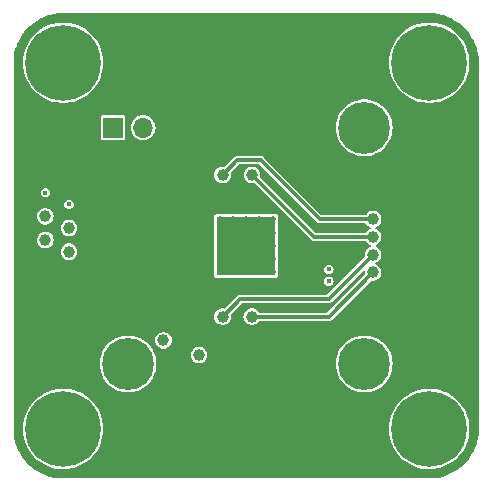
<source format=gbl>
G04 #@! TF.GenerationSoftware,KiCad,Pcbnew,7.0.11*
G04 #@! TF.CreationDate,2024-07-25T16:56:21-04:00*
G04 #@! TF.ProjectId,prism-pcb,70726973-6d2d-4706-9362-2e6b69636164,1.1*
G04 #@! TF.SameCoordinates,Original*
G04 #@! TF.FileFunction,Copper,L4,Bot*
G04 #@! TF.FilePolarity,Positive*
%FSLAX46Y46*%
G04 Gerber Fmt 4.6, Leading zero omitted, Abs format (unit mm)*
G04 Created by KiCad (PCBNEW 7.0.11) date 2024-07-25 16:56:21*
%MOMM*%
%LPD*%
G01*
G04 APERTURE LIST*
G04 #@! TA.AperFunction,ComponentPad*
%ADD10R,1.700000X1.700000*%
G04 #@! TD*
G04 #@! TA.AperFunction,ComponentPad*
%ADD11O,1.700000X1.700000*%
G04 #@! TD*
G04 #@! TA.AperFunction,ComponentPad*
%ADD12C,4.400000*%
G04 #@! TD*
G04 #@! TA.AperFunction,ComponentPad*
%ADD13C,6.400000*%
G04 #@! TD*
G04 #@! TA.AperFunction,HeatsinkPad*
%ADD14C,0.500000*%
G04 #@! TD*
G04 #@! TA.AperFunction,HeatsinkPad*
%ADD15R,5.000000X5.000000*%
G04 #@! TD*
G04 #@! TA.AperFunction,ViaPad*
%ADD16C,1.000000*%
G04 #@! TD*
G04 #@! TA.AperFunction,ViaPad*
%ADD17C,0.400000*%
G04 #@! TD*
G04 #@! TA.AperFunction,Conductor*
%ADD18C,0.300000*%
G04 #@! TD*
G04 APERTURE END LIST*
D10*
X141130000Y-91600000D03*
D11*
X143670000Y-91600000D03*
D12*
X142400000Y-111600000D03*
X162400000Y-91600000D03*
X162400000Y-111600000D03*
D13*
X167900000Y-117100000D03*
D14*
X150150000Y-99350000D03*
X150150000Y-100475000D03*
X150150000Y-101600000D03*
X150150000Y-102725000D03*
X150150000Y-103850000D03*
X151275000Y-99350000D03*
X151275000Y-100475000D03*
X151275000Y-101600000D03*
X151275000Y-102725000D03*
X151275000Y-103850000D03*
X152400000Y-99350000D03*
X152400000Y-100475000D03*
X152400000Y-101600000D03*
D15*
X152400000Y-101600000D03*
D14*
X152400000Y-102725000D03*
X152400000Y-103850000D03*
X153525000Y-99350000D03*
X153525000Y-100475000D03*
X153525000Y-101600000D03*
X153525000Y-102725000D03*
X153525000Y-103850000D03*
X154650000Y-99350000D03*
X154650000Y-100475000D03*
X154650000Y-101600000D03*
X154650000Y-102725000D03*
X154650000Y-103850000D03*
D13*
X136900000Y-86100000D03*
X167900000Y-86100000D03*
X136900000Y-117100000D03*
D16*
X137400000Y-102100000D03*
X135400000Y-99100000D03*
X148400000Y-110850000D03*
X145400000Y-109600000D03*
X137400000Y-100100000D03*
X135400000Y-101100000D03*
X150400000Y-95600000D03*
X163150000Y-99350000D03*
X152900000Y-95600000D03*
X163150000Y-100850000D03*
X150400000Y-107600000D03*
X163150000Y-102350000D03*
X152875000Y-107600000D03*
X163150000Y-103850000D03*
D17*
X135400000Y-97100000D03*
X159400000Y-104600000D03*
X159400000Y-103600000D03*
X137400000Y-98100000D03*
D16*
X153400000Y-90600000D03*
X135400000Y-103100000D03*
X153400000Y-112600000D03*
X137400000Y-104100000D03*
X137400000Y-106100000D03*
X135400000Y-105100000D03*
D18*
X150400000Y-95600000D02*
X151650000Y-94350000D01*
X158650000Y-99350000D02*
X163150000Y-99350000D01*
X153650000Y-94350000D02*
X158650000Y-99350000D01*
X151650000Y-94350000D02*
X153650000Y-94350000D01*
X158150000Y-100850000D02*
X163150000Y-100850000D01*
X152900000Y-95600000D02*
X158150000Y-100850000D01*
X151900000Y-106100000D02*
X159400000Y-106100000D01*
X159400000Y-106100000D02*
X163150000Y-102350000D01*
X150400000Y-107600000D02*
X151900000Y-106100000D01*
X152875000Y-107600000D02*
X159400000Y-107600000D01*
X159400000Y-107600000D02*
X163150000Y-103850000D01*
X137400000Y-106100000D02*
X146900000Y-106100000D01*
X146900000Y-106100000D02*
X153400000Y-112600000D01*
X139900000Y-104100000D02*
X153400000Y-90600000D01*
X137400000Y-104100000D02*
X139900000Y-104100000D01*
G04 #@! TA.AperFunction,Conductor*
G36*
X167902292Y-81900605D02*
G01*
X168282906Y-81918202D01*
X168292001Y-81919044D01*
X168667139Y-81971374D01*
X168676108Y-81973051D01*
X169044788Y-82059764D01*
X169053583Y-82062266D01*
X169412690Y-82182627D01*
X169421217Y-82185930D01*
X169767695Y-82338915D01*
X169775869Y-82342985D01*
X170106752Y-82527285D01*
X170114527Y-82532099D01*
X170426991Y-82746143D01*
X170434288Y-82751654D01*
X170725659Y-82993604D01*
X170732417Y-82999764D01*
X171000235Y-83267582D01*
X171006395Y-83274340D01*
X171248345Y-83565711D01*
X171253856Y-83573008D01*
X171467900Y-83885472D01*
X171472714Y-83893247D01*
X171657011Y-84224124D01*
X171661087Y-84232310D01*
X171814069Y-84578782D01*
X171817372Y-84587309D01*
X171937733Y-84946416D01*
X171940235Y-84955211D01*
X172026946Y-85323881D01*
X172028627Y-85332870D01*
X172080954Y-85707993D01*
X172081797Y-85717098D01*
X172099394Y-86097707D01*
X172099500Y-86102279D01*
X172099500Y-117097720D01*
X172099394Y-117102292D01*
X172081797Y-117482901D01*
X172080954Y-117492006D01*
X172028627Y-117867129D01*
X172026946Y-117876118D01*
X171940235Y-118244788D01*
X171937733Y-118253583D01*
X171817372Y-118612690D01*
X171814069Y-118621217D01*
X171661087Y-118967689D01*
X171657011Y-118975875D01*
X171472714Y-119306752D01*
X171467900Y-119314527D01*
X171253856Y-119626991D01*
X171248345Y-119634288D01*
X171006395Y-119925659D01*
X171000235Y-119932417D01*
X170732417Y-120200235D01*
X170725659Y-120206395D01*
X170434288Y-120448345D01*
X170426991Y-120453856D01*
X170114527Y-120667900D01*
X170106752Y-120672714D01*
X169775875Y-120857011D01*
X169767689Y-120861087D01*
X169421217Y-121014069D01*
X169412690Y-121017372D01*
X169053583Y-121137733D01*
X169044788Y-121140235D01*
X168676118Y-121226946D01*
X168667129Y-121228627D01*
X168292006Y-121280954D01*
X168282901Y-121281797D01*
X167902293Y-121299394D01*
X167897721Y-121299500D01*
X136902279Y-121299500D01*
X136897707Y-121299394D01*
X136517098Y-121281797D01*
X136507993Y-121280954D01*
X136132870Y-121228627D01*
X136123881Y-121226946D01*
X135755211Y-121140235D01*
X135746416Y-121137733D01*
X135387309Y-121017372D01*
X135378782Y-121014069D01*
X135032310Y-120861087D01*
X135024124Y-120857011D01*
X134693247Y-120672714D01*
X134685472Y-120667900D01*
X134373008Y-120453856D01*
X134365711Y-120448345D01*
X134074340Y-120206395D01*
X134067582Y-120200235D01*
X133799764Y-119932417D01*
X133793604Y-119925659D01*
X133551654Y-119634288D01*
X133546143Y-119626991D01*
X133332099Y-119314527D01*
X133327285Y-119306752D01*
X133142988Y-118975875D01*
X133138912Y-118967689D01*
X133089473Y-118855721D01*
X132985930Y-118621217D01*
X132982627Y-118612690D01*
X132862266Y-118253583D01*
X132859764Y-118244788D01*
X132773051Y-117876108D01*
X132771374Y-117867139D01*
X132719044Y-117492001D01*
X132718202Y-117482901D01*
X132717522Y-117468199D01*
X132700606Y-117102292D01*
X132700553Y-117100000D01*
X133494506Y-117100000D01*
X133514468Y-117468197D01*
X133574126Y-117832087D01*
X133672768Y-118187365D01*
X133672772Y-118187376D01*
X133809255Y-118529927D01*
X133857654Y-118621217D01*
X133981978Y-118855716D01*
X134188910Y-119160917D01*
X134188914Y-119160922D01*
X134188915Y-119160923D01*
X134427622Y-119441951D01*
X134427632Y-119441961D01*
X134695326Y-119695535D01*
X134695330Y-119695538D01*
X134988881Y-119918690D01*
X135304838Y-120108795D01*
X135639497Y-120263625D01*
X135988934Y-120381364D01*
X135988939Y-120381365D01*
X135988942Y-120381366D01*
X136349047Y-120460631D01*
X136349048Y-120460631D01*
X136349052Y-120460632D01*
X136715630Y-120500500D01*
X137084370Y-120500500D01*
X137450948Y-120460632D01*
X137493467Y-120451273D01*
X137570987Y-120434209D01*
X137811057Y-120381366D01*
X137811058Y-120381366D01*
X137811060Y-120381365D01*
X137811066Y-120381364D01*
X138160503Y-120263625D01*
X138495162Y-120108795D01*
X138811119Y-119918690D01*
X139104670Y-119695538D01*
X139372373Y-119441956D01*
X139611090Y-119160917D01*
X139818022Y-118855716D01*
X139990743Y-118529930D01*
X140127227Y-118187379D01*
X140140380Y-118140008D01*
X140225873Y-117832087D01*
X140225875Y-117832081D01*
X140285531Y-117468199D01*
X140305494Y-117100000D01*
X164494506Y-117100000D01*
X164514468Y-117468197D01*
X164574126Y-117832087D01*
X164672768Y-118187365D01*
X164672772Y-118187376D01*
X164809255Y-118529927D01*
X164857654Y-118621217D01*
X164981978Y-118855716D01*
X165188910Y-119160917D01*
X165188914Y-119160922D01*
X165188915Y-119160923D01*
X165427622Y-119441951D01*
X165427632Y-119441961D01*
X165695326Y-119695535D01*
X165695330Y-119695538D01*
X165988881Y-119918690D01*
X166304838Y-120108795D01*
X166639497Y-120263625D01*
X166988934Y-120381364D01*
X166988939Y-120381365D01*
X166988942Y-120381366D01*
X167349047Y-120460631D01*
X167349048Y-120460631D01*
X167349052Y-120460632D01*
X167715630Y-120500500D01*
X168084370Y-120500500D01*
X168450948Y-120460632D01*
X168493467Y-120451273D01*
X168570987Y-120434209D01*
X168811057Y-120381366D01*
X168811058Y-120381366D01*
X168811060Y-120381365D01*
X168811066Y-120381364D01*
X169160503Y-120263625D01*
X169495162Y-120108795D01*
X169811119Y-119918690D01*
X170104670Y-119695538D01*
X170372373Y-119441956D01*
X170611090Y-119160917D01*
X170818022Y-118855716D01*
X170990743Y-118529930D01*
X171127227Y-118187379D01*
X171140380Y-118140008D01*
X171225873Y-117832087D01*
X171225875Y-117832081D01*
X171285531Y-117468199D01*
X171305494Y-117100000D01*
X171285531Y-116731801D01*
X171225875Y-116367919D01*
X171127227Y-116012621D01*
X170990743Y-115670070D01*
X170818022Y-115344284D01*
X170611090Y-115039083D01*
X170591399Y-115015901D01*
X170372377Y-114758048D01*
X170372367Y-114758038D01*
X170104673Y-114504464D01*
X169811123Y-114281313D01*
X169811122Y-114281312D01*
X169811119Y-114281310D01*
X169495162Y-114091205D01*
X169299107Y-114000500D01*
X169160508Y-113936377D01*
X169160505Y-113936376D01*
X169160503Y-113936375D01*
X168811066Y-113818636D01*
X168811065Y-113818635D01*
X168811057Y-113818633D01*
X168450952Y-113739368D01*
X168450953Y-113739368D01*
X168084370Y-113699500D01*
X167715630Y-113699500D01*
X167349046Y-113739368D01*
X166988943Y-113818633D01*
X166988941Y-113818633D01*
X166639491Y-113936377D01*
X166304846Y-114091201D01*
X166304840Y-114091204D01*
X165988881Y-114281310D01*
X165988876Y-114281313D01*
X165695326Y-114504464D01*
X165427632Y-114758038D01*
X165427622Y-114758048D01*
X165188915Y-115039076D01*
X165188908Y-115039086D01*
X164981981Y-115344278D01*
X164809255Y-115670072D01*
X164672772Y-116012623D01*
X164672768Y-116012634D01*
X164574126Y-116367912D01*
X164514468Y-116731802D01*
X164494506Y-117100000D01*
X140305494Y-117100000D01*
X140285531Y-116731801D01*
X140225875Y-116367919D01*
X140127227Y-116012621D01*
X139990743Y-115670070D01*
X139818022Y-115344284D01*
X139611090Y-115039083D01*
X139591399Y-115015901D01*
X139372377Y-114758048D01*
X139372367Y-114758038D01*
X139104673Y-114504464D01*
X138811123Y-114281313D01*
X138811122Y-114281312D01*
X138811119Y-114281310D01*
X138495162Y-114091205D01*
X138299107Y-114000500D01*
X138160508Y-113936377D01*
X138160505Y-113936376D01*
X138160503Y-113936375D01*
X137811066Y-113818636D01*
X137811065Y-113818635D01*
X137811057Y-113818633D01*
X137450952Y-113739368D01*
X137450953Y-113739368D01*
X137084370Y-113699500D01*
X136715630Y-113699500D01*
X136349046Y-113739368D01*
X135988943Y-113818633D01*
X135988941Y-113818633D01*
X135639491Y-113936377D01*
X135304846Y-114091201D01*
X135304840Y-114091204D01*
X134988881Y-114281310D01*
X134988876Y-114281313D01*
X134695326Y-114504464D01*
X134427632Y-114758038D01*
X134427622Y-114758048D01*
X134188915Y-115039076D01*
X134188908Y-115039086D01*
X133981981Y-115344278D01*
X133809255Y-115670072D01*
X133672772Y-116012623D01*
X133672768Y-116012634D01*
X133574126Y-116367912D01*
X133514468Y-116731802D01*
X133494506Y-117100000D01*
X132700553Y-117100000D01*
X132700500Y-117097720D01*
X132700500Y-111600000D01*
X139994754Y-111600000D01*
X140013720Y-111901462D01*
X140070317Y-112198151D01*
X140070319Y-112198160D01*
X140163659Y-112485430D01*
X140163661Y-112485436D01*
X140292267Y-112758736D01*
X140292274Y-112758749D01*
X140454114Y-113013767D01*
X140646645Y-113246497D01*
X140646655Y-113246508D01*
X140866837Y-113453274D01*
X140866840Y-113453276D01*
X141111192Y-113630807D01*
X141111196Y-113630809D01*
X141111205Y-113630816D01*
X141375896Y-113776332D01*
X141656738Y-113887525D01*
X141949302Y-113962642D01*
X142149082Y-113987880D01*
X142248972Y-114000500D01*
X142248973Y-114000500D01*
X142551028Y-114000500D01*
X142600972Y-113994190D01*
X142850698Y-113962642D01*
X143143262Y-113887525D01*
X143424104Y-113776332D01*
X143688795Y-113630816D01*
X143933162Y-113453274D01*
X144153349Y-113246504D01*
X144345885Y-113013768D01*
X144507733Y-112758736D01*
X144636341Y-112485430D01*
X144729681Y-112198160D01*
X144786280Y-111901457D01*
X144805246Y-111600000D01*
X159994754Y-111600000D01*
X160013720Y-111901462D01*
X160070317Y-112198151D01*
X160070319Y-112198160D01*
X160163659Y-112485430D01*
X160163661Y-112485436D01*
X160292267Y-112758736D01*
X160292274Y-112758749D01*
X160454114Y-113013767D01*
X160646645Y-113246497D01*
X160646655Y-113246508D01*
X160866837Y-113453274D01*
X160866840Y-113453276D01*
X161111192Y-113630807D01*
X161111196Y-113630809D01*
X161111205Y-113630816D01*
X161375896Y-113776332D01*
X161656738Y-113887525D01*
X161949302Y-113962642D01*
X162149082Y-113987880D01*
X162248972Y-114000500D01*
X162248973Y-114000500D01*
X162551028Y-114000500D01*
X162600972Y-113994190D01*
X162850698Y-113962642D01*
X163143262Y-113887525D01*
X163424104Y-113776332D01*
X163688795Y-113630816D01*
X163933162Y-113453274D01*
X164153349Y-113246504D01*
X164345885Y-113013768D01*
X164507733Y-112758736D01*
X164636341Y-112485430D01*
X164729681Y-112198160D01*
X164786280Y-111901457D01*
X164805246Y-111600000D01*
X164786280Y-111298543D01*
X164729681Y-111001840D01*
X164636341Y-110714570D01*
X164620604Y-110681128D01*
X164545757Y-110522070D01*
X164507733Y-110441264D01*
X164507729Y-110441259D01*
X164507725Y-110441250D01*
X164345885Y-110186232D01*
X164153354Y-109953502D01*
X164153344Y-109953491D01*
X163933162Y-109746725D01*
X163933159Y-109746723D01*
X163688807Y-109569192D01*
X163688800Y-109569187D01*
X163688795Y-109569184D01*
X163424104Y-109423668D01*
X163424102Y-109423667D01*
X163424100Y-109423666D01*
X163143262Y-109312475D01*
X162850698Y-109237358D01*
X162850691Y-109237357D01*
X162850695Y-109237357D01*
X162551028Y-109199500D01*
X162551027Y-109199500D01*
X162248973Y-109199500D01*
X162248972Y-109199500D01*
X161949306Y-109237357D01*
X161656737Y-109312475D01*
X161375899Y-109423666D01*
X161111213Y-109569179D01*
X161111192Y-109569192D01*
X160866840Y-109746723D01*
X160866837Y-109746725D01*
X160646655Y-109953491D01*
X160646645Y-109953502D01*
X160454114Y-110186232D01*
X160292274Y-110441250D01*
X160292267Y-110441263D01*
X160163661Y-110714563D01*
X160070320Y-111001838D01*
X160070317Y-111001848D01*
X160013720Y-111298537D01*
X159994754Y-111600000D01*
X144805246Y-111600000D01*
X144786280Y-111298543D01*
X144729681Y-111001840D01*
X144680345Y-110850000D01*
X147694355Y-110850000D01*
X147714860Y-111018872D01*
X147775182Y-111177930D01*
X147871817Y-111317929D01*
X147999148Y-111430734D01*
X148149775Y-111509790D01*
X148314944Y-111550500D01*
X148314947Y-111550500D01*
X148485053Y-111550500D01*
X148485056Y-111550500D01*
X148650225Y-111509790D01*
X148800852Y-111430734D01*
X148928183Y-111317929D01*
X149024818Y-111177930D01*
X149085140Y-111018872D01*
X149105645Y-110850000D01*
X149085140Y-110681128D01*
X149024818Y-110522070D01*
X148928183Y-110382071D01*
X148800852Y-110269266D01*
X148650225Y-110190210D01*
X148650224Y-110190209D01*
X148650223Y-110190209D01*
X148485058Y-110149500D01*
X148485056Y-110149500D01*
X148314944Y-110149500D01*
X148314941Y-110149500D01*
X148149776Y-110190209D01*
X147999146Y-110269267D01*
X147871818Y-110382069D01*
X147871817Y-110382071D01*
X147775182Y-110522070D01*
X147714860Y-110681128D01*
X147694355Y-110850000D01*
X144680345Y-110850000D01*
X144636341Y-110714570D01*
X144620604Y-110681128D01*
X144545757Y-110522070D01*
X144507733Y-110441264D01*
X144507729Y-110441259D01*
X144507725Y-110441250D01*
X144345885Y-110186232D01*
X144153354Y-109953502D01*
X144153344Y-109953491D01*
X143933162Y-109746725D01*
X143933159Y-109746723D01*
X143731211Y-109600000D01*
X144694355Y-109600000D01*
X144714860Y-109768872D01*
X144775182Y-109927930D01*
X144871817Y-110067929D01*
X144999148Y-110180734D01*
X145149775Y-110259790D01*
X145314944Y-110300500D01*
X145314947Y-110300500D01*
X145485053Y-110300500D01*
X145485056Y-110300500D01*
X145650225Y-110259790D01*
X145800852Y-110180734D01*
X145928183Y-110067929D01*
X146024818Y-109927930D01*
X146085140Y-109768872D01*
X146105645Y-109600000D01*
X146085140Y-109431128D01*
X146024818Y-109272070D01*
X145928183Y-109132071D01*
X145800852Y-109019266D01*
X145650225Y-108940210D01*
X145650224Y-108940209D01*
X145650223Y-108940209D01*
X145485058Y-108899500D01*
X145485056Y-108899500D01*
X145314944Y-108899500D01*
X145314941Y-108899500D01*
X145149776Y-108940209D01*
X144999146Y-109019267D01*
X144871818Y-109132069D01*
X144871817Y-109132071D01*
X144775182Y-109272070D01*
X144714860Y-109431128D01*
X144694355Y-109600000D01*
X143731211Y-109600000D01*
X143688807Y-109569192D01*
X143688800Y-109569187D01*
X143688795Y-109569184D01*
X143424104Y-109423668D01*
X143424102Y-109423667D01*
X143424100Y-109423666D01*
X143143262Y-109312475D01*
X142850698Y-109237358D01*
X142850691Y-109237357D01*
X142850695Y-109237357D01*
X142551028Y-109199500D01*
X142551027Y-109199500D01*
X142248973Y-109199500D01*
X142248972Y-109199500D01*
X141949306Y-109237357D01*
X141656737Y-109312475D01*
X141375899Y-109423666D01*
X141111213Y-109569179D01*
X141111192Y-109569192D01*
X140866840Y-109746723D01*
X140866837Y-109746725D01*
X140646655Y-109953491D01*
X140646645Y-109953502D01*
X140454114Y-110186232D01*
X140292274Y-110441250D01*
X140292267Y-110441263D01*
X140163661Y-110714563D01*
X140070320Y-111001838D01*
X140070317Y-111001848D01*
X140013720Y-111298537D01*
X139994754Y-111600000D01*
X132700500Y-111600000D01*
X132700500Y-107600000D01*
X149694355Y-107600000D01*
X149714860Y-107768872D01*
X149775182Y-107927930D01*
X149871817Y-108067929D01*
X149999148Y-108180734D01*
X150149775Y-108259790D01*
X150314944Y-108300500D01*
X150314947Y-108300500D01*
X150485053Y-108300500D01*
X150485056Y-108300500D01*
X150650225Y-108259790D01*
X150800852Y-108180734D01*
X150928183Y-108067929D01*
X151024818Y-107927930D01*
X151085140Y-107768872D01*
X151105645Y-107600000D01*
X151088721Y-107460621D01*
X151100476Y-107400577D01*
X151116996Y-107378685D01*
X152016187Y-106479496D01*
X152070703Y-106451719D01*
X152086190Y-106450500D01*
X159353381Y-106450500D01*
X159373696Y-106452607D01*
X159375606Y-106453007D01*
X159385315Y-106455043D01*
X159415662Y-106451259D01*
X159427907Y-106450500D01*
X159429043Y-106450500D01*
X159448521Y-106447249D01*
X159452552Y-106446661D01*
X159501393Y-106440573D01*
X159501396Y-106440571D01*
X159508429Y-106438477D01*
X159515375Y-106436092D01*
X159515381Y-106436092D01*
X159558655Y-106412671D01*
X159562279Y-106410807D01*
X159606482Y-106389199D01*
X159606482Y-106389198D01*
X159606484Y-106389198D01*
X159606485Y-106389196D01*
X159612470Y-106384923D01*
X159618255Y-106380420D01*
X159618255Y-106380419D01*
X159618258Y-106380418D01*
X159651579Y-106344220D01*
X159654364Y-106341316D01*
X162282771Y-103712908D01*
X162337286Y-103685133D01*
X162397718Y-103694704D01*
X162440983Y-103737969D01*
X162451051Y-103794846D01*
X162444355Y-103849997D01*
X162444355Y-103850001D01*
X162461278Y-103989375D01*
X162449523Y-104049420D01*
X162433004Y-104071312D01*
X159283814Y-107220504D01*
X159229297Y-107248281D01*
X159213810Y-107249500D01*
X153536198Y-107249500D01*
X153478007Y-107230593D01*
X153454723Y-107206739D01*
X153453939Y-107205603D01*
X153403183Y-107132071D01*
X153275852Y-107019266D01*
X153125225Y-106940210D01*
X153125224Y-106940209D01*
X153125223Y-106940209D01*
X152960058Y-106899500D01*
X152960056Y-106899500D01*
X152789944Y-106899500D01*
X152789941Y-106899500D01*
X152624776Y-106940209D01*
X152474146Y-107019267D01*
X152346818Y-107132069D01*
X152346817Y-107132071D01*
X152250182Y-107272070D01*
X152189860Y-107431128D01*
X152169355Y-107600000D01*
X152189860Y-107768872D01*
X152250182Y-107927930D01*
X152346817Y-108067929D01*
X152474148Y-108180734D01*
X152624775Y-108259790D01*
X152789944Y-108300500D01*
X152789947Y-108300500D01*
X152960053Y-108300500D01*
X152960056Y-108300500D01*
X153125225Y-108259790D01*
X153275852Y-108180734D01*
X153403183Y-108067929D01*
X153454723Y-107993261D01*
X153503340Y-107956112D01*
X153536198Y-107950500D01*
X159353381Y-107950500D01*
X159373696Y-107952607D01*
X159375606Y-107953007D01*
X159385315Y-107955043D01*
X159415662Y-107951259D01*
X159427907Y-107950500D01*
X159429043Y-107950500D01*
X159448521Y-107947249D01*
X159452552Y-107946661D01*
X159501393Y-107940573D01*
X159501396Y-107940571D01*
X159508429Y-107938477D01*
X159515375Y-107936092D01*
X159515381Y-107936092D01*
X159558655Y-107912671D01*
X159562279Y-107910807D01*
X159606482Y-107889199D01*
X159606482Y-107889198D01*
X159606484Y-107889198D01*
X159606485Y-107889196D01*
X159612470Y-107884923D01*
X159618255Y-107880420D01*
X159618255Y-107880419D01*
X159618258Y-107880418D01*
X159651579Y-107844220D01*
X159654364Y-107841316D01*
X162929382Y-104566297D01*
X162983897Y-104538522D01*
X163023073Y-104540179D01*
X163064944Y-104550500D01*
X163064947Y-104550500D01*
X163235053Y-104550500D01*
X163235056Y-104550500D01*
X163400225Y-104509790D01*
X163550852Y-104430734D01*
X163678183Y-104317929D01*
X163774818Y-104177930D01*
X163835140Y-104018872D01*
X163855645Y-103850000D01*
X163854229Y-103838342D01*
X163848948Y-103794846D01*
X163835140Y-103681128D01*
X163774818Y-103522070D01*
X163678183Y-103382071D01*
X163655141Y-103361658D01*
X163550853Y-103269267D01*
X163550852Y-103269266D01*
X163400225Y-103190210D01*
X163400222Y-103190209D01*
X163395365Y-103187660D01*
X163352627Y-103143876D01*
X163343786Y-103083332D01*
X163372221Y-103029156D01*
X163395365Y-103012340D01*
X163400222Y-103009790D01*
X163400225Y-103009790D01*
X163550852Y-102930734D01*
X163678183Y-102817929D01*
X163774818Y-102677930D01*
X163835140Y-102518872D01*
X163855645Y-102350000D01*
X163835140Y-102181128D01*
X163774818Y-102022070D01*
X163678183Y-101882071D01*
X163550852Y-101769266D01*
X163400225Y-101690210D01*
X163400222Y-101690209D01*
X163395365Y-101687660D01*
X163352627Y-101643876D01*
X163343786Y-101583332D01*
X163372221Y-101529156D01*
X163395365Y-101512340D01*
X163400222Y-101509790D01*
X163400225Y-101509790D01*
X163550852Y-101430734D01*
X163678183Y-101317929D01*
X163774818Y-101177930D01*
X163835140Y-101018872D01*
X163855645Y-100850000D01*
X163835140Y-100681128D01*
X163774818Y-100522070D01*
X163678183Y-100382071D01*
X163550852Y-100269266D01*
X163400225Y-100190210D01*
X163400222Y-100190209D01*
X163395365Y-100187660D01*
X163352627Y-100143876D01*
X163343786Y-100083332D01*
X163372221Y-100029156D01*
X163395365Y-100012340D01*
X163400222Y-100009790D01*
X163400225Y-100009790D01*
X163550852Y-99930734D01*
X163678183Y-99817929D01*
X163774818Y-99677930D01*
X163835140Y-99518872D01*
X163855645Y-99350000D01*
X163835140Y-99181128D01*
X163774818Y-99022070D01*
X163678183Y-98882071D01*
X163550852Y-98769266D01*
X163400225Y-98690210D01*
X163400224Y-98690209D01*
X163400223Y-98690209D01*
X163235058Y-98649500D01*
X163235056Y-98649500D01*
X163064944Y-98649500D01*
X163064941Y-98649500D01*
X162899776Y-98690209D01*
X162749146Y-98769267D01*
X162621818Y-98882069D01*
X162621816Y-98882072D01*
X162570277Y-98956739D01*
X162521660Y-98993888D01*
X162488802Y-98999500D01*
X158836190Y-98999500D01*
X158777999Y-98980593D01*
X158766186Y-98970504D01*
X153930801Y-94135119D01*
X153917925Y-94119262D01*
X153911437Y-94109331D01*
X153887308Y-94090551D01*
X153878119Y-94082437D01*
X153877307Y-94081625D01*
X153861225Y-94070143D01*
X153857961Y-94067710D01*
X153819126Y-94037483D01*
X153819124Y-94037482D01*
X153812677Y-94033993D01*
X153806070Y-94030763D01*
X153806066Y-94030760D01*
X153758909Y-94016720D01*
X153755015Y-94015472D01*
X153708487Y-93999499D01*
X153701260Y-93998293D01*
X153693955Y-93997383D01*
X153693954Y-93997383D01*
X153693952Y-93997383D01*
X153644824Y-93999415D01*
X153640733Y-93999500D01*
X151696619Y-93999500D01*
X151676304Y-93997393D01*
X151664685Y-93994957D01*
X151645144Y-93997393D01*
X151634338Y-93998740D01*
X151622093Y-93999500D01*
X151620960Y-93999500D01*
X151601470Y-94002751D01*
X151597431Y-94003339D01*
X151548607Y-94009426D01*
X151541581Y-94011517D01*
X151534616Y-94013908D01*
X151491361Y-94037317D01*
X151487724Y-94039189D01*
X151443520Y-94060799D01*
X151437542Y-94065066D01*
X151431744Y-94069580D01*
X151398431Y-94105765D01*
X151395601Y-94108715D01*
X150620617Y-94883699D01*
X150566100Y-94911476D01*
X150526923Y-94909819D01*
X150522345Y-94908690D01*
X150485056Y-94899500D01*
X150314944Y-94899500D01*
X150314941Y-94899500D01*
X150149776Y-94940209D01*
X149999146Y-95019267D01*
X149871818Y-95132069D01*
X149871817Y-95132071D01*
X149775182Y-95272070D01*
X149714860Y-95431128D01*
X149694355Y-95600000D01*
X149714860Y-95768872D01*
X149775182Y-95927930D01*
X149871817Y-96067929D01*
X149999148Y-96180734D01*
X150149775Y-96259790D01*
X150314944Y-96300500D01*
X150314947Y-96300500D01*
X150485053Y-96300500D01*
X150485056Y-96300500D01*
X150650225Y-96259790D01*
X150800852Y-96180734D01*
X150928183Y-96067929D01*
X151024818Y-95927930D01*
X151085140Y-95768872D01*
X151105645Y-95600000D01*
X151088721Y-95460621D01*
X151100476Y-95400577D01*
X151116996Y-95378685D01*
X151766187Y-94729496D01*
X151820703Y-94701719D01*
X151836190Y-94700500D01*
X153463810Y-94700500D01*
X153522001Y-94719407D01*
X153533814Y-94729496D01*
X158369197Y-99564878D01*
X158382072Y-99580734D01*
X158388563Y-99590669D01*
X158412694Y-99609451D01*
X158421878Y-99617560D01*
X158422689Y-99618370D01*
X158422693Y-99618374D01*
X158438773Y-99629856D01*
X158442051Y-99632300D01*
X158480874Y-99662517D01*
X158480878Y-99662518D01*
X158487354Y-99666022D01*
X158493934Y-99669240D01*
X158541102Y-99683282D01*
X158544964Y-99684520D01*
X158555311Y-99688072D01*
X158591512Y-99700500D01*
X158591514Y-99700500D01*
X158598733Y-99701705D01*
X158606039Y-99702615D01*
X158606046Y-99702617D01*
X158655186Y-99700584D01*
X158659276Y-99700500D01*
X162488802Y-99700500D01*
X162546993Y-99719407D01*
X162570277Y-99743261D01*
X162621817Y-99817929D01*
X162749148Y-99930734D01*
X162899775Y-100009790D01*
X162904634Y-100012340D01*
X162947372Y-100056124D01*
X162956213Y-100116668D01*
X162927778Y-100170845D01*
X162904634Y-100187660D01*
X162749146Y-100269267D01*
X162621818Y-100382069D01*
X162621816Y-100382072D01*
X162570277Y-100456739D01*
X162521660Y-100493888D01*
X162488802Y-100499500D01*
X158336190Y-100499500D01*
X158277999Y-100480593D01*
X158266186Y-100470504D01*
X153616995Y-95821313D01*
X153589218Y-95766796D01*
X153588721Y-95739379D01*
X153605645Y-95600000D01*
X153585140Y-95431128D01*
X153524818Y-95272070D01*
X153428183Y-95132071D01*
X153300852Y-95019266D01*
X153150225Y-94940210D01*
X153150224Y-94940209D01*
X153150223Y-94940209D01*
X152985058Y-94899500D01*
X152985056Y-94899500D01*
X152814944Y-94899500D01*
X152814941Y-94899500D01*
X152649776Y-94940209D01*
X152499146Y-95019267D01*
X152371818Y-95132069D01*
X152371817Y-95132071D01*
X152275182Y-95272070D01*
X152214860Y-95431128D01*
X152194355Y-95600000D01*
X152214860Y-95768872D01*
X152275182Y-95927930D01*
X152371817Y-96067929D01*
X152499148Y-96180734D01*
X152649775Y-96259790D01*
X152814944Y-96300500D01*
X152814947Y-96300500D01*
X152985053Y-96300500D01*
X152985056Y-96300500D01*
X153026923Y-96290180D01*
X153087943Y-96294611D01*
X153120617Y-96316299D01*
X157869199Y-101064881D01*
X157882074Y-101080737D01*
X157888563Y-101090669D01*
X157912690Y-101109448D01*
X157921877Y-101117560D01*
X157922687Y-101118370D01*
X157922690Y-101118372D01*
X157922693Y-101118375D01*
X157938769Y-101129852D01*
X157942050Y-101132299D01*
X157980874Y-101162517D01*
X157980875Y-101162517D01*
X157980876Y-101162518D01*
X157987318Y-101166005D01*
X157993930Y-101169238D01*
X158013794Y-101175151D01*
X158041100Y-101183280D01*
X158044951Y-101184514D01*
X158091512Y-101200500D01*
X158091515Y-101200500D01*
X158098732Y-101201705D01*
X158106039Y-101202615D01*
X158106046Y-101202617D01*
X158155176Y-101200585D01*
X158159267Y-101200500D01*
X162488802Y-101200500D01*
X162546993Y-101219407D01*
X162570277Y-101243261D01*
X162621817Y-101317929D01*
X162749148Y-101430734D01*
X162899775Y-101509790D01*
X162904634Y-101512340D01*
X162947372Y-101556124D01*
X162956213Y-101616668D01*
X162927778Y-101670845D01*
X162904634Y-101687660D01*
X162749146Y-101769267D01*
X162621818Y-101882069D01*
X162621817Y-101882071D01*
X162525182Y-102022070D01*
X162495628Y-102100000D01*
X162464860Y-102181129D01*
X162444355Y-102349998D01*
X162444355Y-102350001D01*
X162461278Y-102489375D01*
X162449523Y-102549420D01*
X162433004Y-102571312D01*
X159283814Y-105720504D01*
X159229297Y-105748281D01*
X159213810Y-105749500D01*
X151946613Y-105749500D01*
X151926298Y-105747393D01*
X151914685Y-105744958D01*
X151884343Y-105748740D01*
X151872099Y-105749500D01*
X151870959Y-105749500D01*
X151851481Y-105752750D01*
X151847436Y-105753339D01*
X151798608Y-105759426D01*
X151791575Y-105761519D01*
X151784616Y-105763908D01*
X151741361Y-105787317D01*
X151737724Y-105789189D01*
X151693520Y-105810799D01*
X151687542Y-105815066D01*
X151681744Y-105819580D01*
X151648431Y-105855765D01*
X151645601Y-105858715D01*
X150620617Y-106883699D01*
X150566100Y-106911476D01*
X150526923Y-106909819D01*
X150522345Y-106908690D01*
X150485056Y-106899500D01*
X150314944Y-106899500D01*
X150314941Y-106899500D01*
X150149776Y-106940209D01*
X149999146Y-107019267D01*
X149871818Y-107132069D01*
X149871817Y-107132071D01*
X149775182Y-107272070D01*
X149714860Y-107431128D01*
X149694355Y-107600000D01*
X132700500Y-107600000D01*
X132700500Y-104600000D01*
X158994508Y-104600000D01*
X159014354Y-104725303D01*
X159014355Y-104725307D01*
X159069944Y-104834406D01*
X159071950Y-104838342D01*
X159161658Y-104928050D01*
X159274696Y-104985646D01*
X159400000Y-105005492D01*
X159525304Y-104985646D01*
X159638342Y-104928050D01*
X159728050Y-104838342D01*
X159785646Y-104725304D01*
X159805492Y-104600000D01*
X159785646Y-104474696D01*
X159728050Y-104361658D01*
X159638342Y-104271950D01*
X159584563Y-104244548D01*
X159525307Y-104214355D01*
X159525304Y-104214354D01*
X159420664Y-104197780D01*
X159404571Y-104189581D01*
X159379334Y-104197781D01*
X159274696Y-104214354D01*
X159274692Y-104214355D01*
X159161659Y-104271949D01*
X159071949Y-104361659D01*
X159014355Y-104474692D01*
X159014354Y-104474696D01*
X158994508Y-104599999D01*
X158994508Y-104600000D01*
X132700500Y-104600000D01*
X132700500Y-103850000D01*
X149694867Y-103850000D01*
X149698492Y-103875210D01*
X149699500Y-103889301D01*
X149699500Y-104119746D01*
X149699501Y-104119758D01*
X149711132Y-104178227D01*
X149711134Y-104178233D01*
X149755445Y-104244548D01*
X149755448Y-104244552D01*
X149821769Y-104288867D01*
X149866231Y-104297711D01*
X149880241Y-104300498D01*
X149880246Y-104300498D01*
X149880252Y-104300500D01*
X149880253Y-104300500D01*
X154919747Y-104300500D01*
X154919748Y-104300500D01*
X154978231Y-104288867D01*
X155044552Y-104244552D01*
X155088867Y-104178231D01*
X155100500Y-104119748D01*
X155100500Y-103889301D01*
X155101508Y-103875210D01*
X155105133Y-103850000D01*
X155105133Y-103849998D01*
X155101508Y-103824786D01*
X155100500Y-103810697D01*
X155100500Y-103600000D01*
X158994508Y-103600000D01*
X159009507Y-103694704D01*
X159014354Y-103725303D01*
X159014355Y-103725307D01*
X159057864Y-103810697D01*
X159071950Y-103838342D01*
X159161658Y-103928050D01*
X159274696Y-103985646D01*
X159366547Y-104000193D01*
X159379334Y-104002219D01*
X159395427Y-104010418D01*
X159420665Y-104002219D01*
X159525304Y-103985646D01*
X159638342Y-103928050D01*
X159728050Y-103838342D01*
X159785646Y-103725304D01*
X159805492Y-103600000D01*
X159785646Y-103474696D01*
X159728050Y-103361658D01*
X159638342Y-103271950D01*
X159633074Y-103269266D01*
X159525307Y-103214355D01*
X159525304Y-103214354D01*
X159400000Y-103194508D01*
X159274696Y-103214354D01*
X159274692Y-103214355D01*
X159161659Y-103271949D01*
X159071949Y-103361659D01*
X159014355Y-103474692D01*
X159014354Y-103474696D01*
X158994508Y-103600000D01*
X155100500Y-103600000D01*
X155100500Y-102764301D01*
X155101508Y-102750210D01*
X155105133Y-102725000D01*
X155105133Y-102724998D01*
X155101508Y-102699786D01*
X155100500Y-102685697D01*
X155100500Y-101639301D01*
X155101508Y-101625210D01*
X155105133Y-101600000D01*
X155105133Y-101599998D01*
X155101508Y-101574786D01*
X155100500Y-101560697D01*
X155100500Y-100514301D01*
X155101508Y-100500210D01*
X155105133Y-100475000D01*
X155105133Y-100474998D01*
X155101508Y-100449786D01*
X155100500Y-100435697D01*
X155100500Y-99389301D01*
X155101508Y-99375210D01*
X155105133Y-99350000D01*
X155105133Y-99349998D01*
X155101508Y-99324786D01*
X155100500Y-99310697D01*
X155100500Y-99080253D01*
X155100498Y-99080241D01*
X155097711Y-99066231D01*
X155088867Y-99021769D01*
X155044552Y-98955448D01*
X155008157Y-98931129D01*
X154978233Y-98911134D01*
X154978231Y-98911133D01*
X154978228Y-98911132D01*
X154978227Y-98911132D01*
X154919758Y-98899501D01*
X154919748Y-98899500D01*
X149880252Y-98899500D01*
X149880251Y-98899500D01*
X149880241Y-98899501D01*
X149821772Y-98911132D01*
X149821766Y-98911134D01*
X149755451Y-98955445D01*
X149755445Y-98955451D01*
X149711134Y-99021766D01*
X149711132Y-99021772D01*
X149699501Y-99080241D01*
X149699500Y-99080253D01*
X149699500Y-99310697D01*
X149698492Y-99324786D01*
X149694867Y-99349998D01*
X149694867Y-99350000D01*
X149698492Y-99375210D01*
X149699500Y-99389301D01*
X149699500Y-100435697D01*
X149698492Y-100449786D01*
X149694867Y-100474998D01*
X149694867Y-100475000D01*
X149698492Y-100500210D01*
X149699500Y-100514301D01*
X149699500Y-101560697D01*
X149698492Y-101574786D01*
X149694867Y-101599998D01*
X149694867Y-101600000D01*
X149698492Y-101625210D01*
X149699500Y-101639301D01*
X149699500Y-102685697D01*
X149698492Y-102699786D01*
X149694867Y-102724998D01*
X149694867Y-102725000D01*
X149698492Y-102750210D01*
X149699500Y-102764301D01*
X149699500Y-103810697D01*
X149698492Y-103824786D01*
X149694867Y-103849998D01*
X149694867Y-103850000D01*
X132700500Y-103850000D01*
X132700500Y-102100000D01*
X136694355Y-102100000D01*
X136714860Y-102268872D01*
X136775182Y-102427930D01*
X136871817Y-102567929D01*
X136999148Y-102680734D01*
X137149775Y-102759790D01*
X137314944Y-102800500D01*
X137314947Y-102800500D01*
X137485053Y-102800500D01*
X137485056Y-102800500D01*
X137650225Y-102759790D01*
X137800852Y-102680734D01*
X137928183Y-102567929D01*
X138024818Y-102427930D01*
X138085140Y-102268872D01*
X138105645Y-102100000D01*
X138085140Y-101931128D01*
X138024818Y-101772070D01*
X137928183Y-101632071D01*
X137800852Y-101519266D01*
X137650225Y-101440210D01*
X137650224Y-101440209D01*
X137650223Y-101440209D01*
X137485058Y-101399500D01*
X137485056Y-101399500D01*
X137314944Y-101399500D01*
X137314941Y-101399500D01*
X137149776Y-101440209D01*
X136999146Y-101519267D01*
X136871818Y-101632069D01*
X136871816Y-101632072D01*
X136838227Y-101680734D01*
X136775182Y-101772070D01*
X136733465Y-101882072D01*
X136714860Y-101931129D01*
X136703818Y-102022070D01*
X136694355Y-102100000D01*
X132700500Y-102100000D01*
X132700500Y-101100001D01*
X134694355Y-101100001D01*
X134696586Y-101118375D01*
X134714860Y-101268872D01*
X134775182Y-101427930D01*
X134871817Y-101567929D01*
X134999148Y-101680734D01*
X135149775Y-101759790D01*
X135314944Y-101800500D01*
X135314947Y-101800500D01*
X135485053Y-101800500D01*
X135485056Y-101800500D01*
X135650225Y-101759790D01*
X135800852Y-101680734D01*
X135928183Y-101567929D01*
X136024818Y-101427930D01*
X136085140Y-101268872D01*
X136105645Y-101100000D01*
X136085140Y-100931128D01*
X136024818Y-100772070D01*
X135928183Y-100632071D01*
X135800852Y-100519266D01*
X135650225Y-100440210D01*
X135650224Y-100440209D01*
X135650223Y-100440209D01*
X135485058Y-100399500D01*
X135485056Y-100399500D01*
X135314944Y-100399500D01*
X135314941Y-100399500D01*
X135149776Y-100440209D01*
X134999146Y-100519267D01*
X134871818Y-100632069D01*
X134871816Y-100632072D01*
X134838227Y-100680734D01*
X134775182Y-100772070D01*
X134745628Y-100850000D01*
X134714860Y-100931129D01*
X134694355Y-101099998D01*
X134694355Y-101100001D01*
X132700500Y-101100001D01*
X132700500Y-100100000D01*
X136694355Y-100100000D01*
X136714860Y-100268872D01*
X136775182Y-100427930D01*
X136871817Y-100567929D01*
X136999148Y-100680734D01*
X137149775Y-100759790D01*
X137314944Y-100800500D01*
X137314947Y-100800500D01*
X137485053Y-100800500D01*
X137485056Y-100800500D01*
X137650225Y-100759790D01*
X137800852Y-100680734D01*
X137928183Y-100567929D01*
X138024818Y-100427930D01*
X138085140Y-100268872D01*
X138105645Y-100100000D01*
X138085140Y-99931128D01*
X138024818Y-99772070D01*
X137928183Y-99632071D01*
X137912723Y-99618375D01*
X137800853Y-99519267D01*
X137800852Y-99519266D01*
X137650225Y-99440210D01*
X137650224Y-99440209D01*
X137650223Y-99440209D01*
X137485058Y-99399500D01*
X137485056Y-99399500D01*
X137314944Y-99399500D01*
X137314941Y-99399500D01*
X137149776Y-99440209D01*
X136999146Y-99519267D01*
X136871818Y-99632069D01*
X136871816Y-99632072D01*
X136783658Y-99759790D01*
X136775182Y-99772070D01*
X136715010Y-99930734D01*
X136714860Y-99931129D01*
X136699683Y-100056124D01*
X136694355Y-100100000D01*
X132700500Y-100100000D01*
X132700500Y-99100000D01*
X134694355Y-99100000D01*
X134714860Y-99268872D01*
X134775182Y-99427930D01*
X134838228Y-99519267D01*
X134871816Y-99567927D01*
X134871818Y-99567930D01*
X134886271Y-99580734D01*
X134999148Y-99680734D01*
X135149775Y-99759790D01*
X135314944Y-99800500D01*
X135314947Y-99800500D01*
X135485053Y-99800500D01*
X135485056Y-99800500D01*
X135650225Y-99759790D01*
X135800852Y-99680734D01*
X135928183Y-99567929D01*
X136024818Y-99427930D01*
X136085140Y-99268872D01*
X136105645Y-99100000D01*
X136085140Y-98931128D01*
X136024818Y-98772070D01*
X135928183Y-98632071D01*
X135800852Y-98519266D01*
X135650225Y-98440210D01*
X135650224Y-98440209D01*
X135650223Y-98440209D01*
X135485058Y-98399500D01*
X135485056Y-98399500D01*
X135314944Y-98399500D01*
X135314941Y-98399500D01*
X135149776Y-98440209D01*
X134999146Y-98519267D01*
X134871818Y-98632069D01*
X134871816Y-98632072D01*
X134831687Y-98690209D01*
X134775182Y-98772070D01*
X134722444Y-98911132D01*
X134714860Y-98931129D01*
X134703818Y-99022070D01*
X134694355Y-99100000D01*
X132700500Y-99100000D01*
X132700500Y-98100000D01*
X136994508Y-98100000D01*
X137014354Y-98225303D01*
X137014355Y-98225307D01*
X137069944Y-98334406D01*
X137071950Y-98338342D01*
X137161658Y-98428050D01*
X137274696Y-98485646D01*
X137400000Y-98505492D01*
X137525304Y-98485646D01*
X137638342Y-98428050D01*
X137728050Y-98338342D01*
X137785646Y-98225304D01*
X137805492Y-98100000D01*
X137785646Y-97974696D01*
X137728050Y-97861658D01*
X137638342Y-97771950D01*
X137634406Y-97769944D01*
X137525307Y-97714355D01*
X137525304Y-97714354D01*
X137400000Y-97694508D01*
X137274696Y-97714354D01*
X137274692Y-97714355D01*
X137161659Y-97771949D01*
X137071949Y-97861659D01*
X137014355Y-97974692D01*
X137014354Y-97974696D01*
X136994508Y-98099999D01*
X136994508Y-98100000D01*
X132700500Y-98100000D01*
X132700500Y-97100000D01*
X134994508Y-97100000D01*
X135014354Y-97225303D01*
X135014355Y-97225307D01*
X135069944Y-97334406D01*
X135071950Y-97338342D01*
X135161658Y-97428050D01*
X135274696Y-97485646D01*
X135400000Y-97505492D01*
X135525304Y-97485646D01*
X135638342Y-97428050D01*
X135728050Y-97338342D01*
X135785646Y-97225304D01*
X135805492Y-97100000D01*
X135785646Y-96974696D01*
X135728050Y-96861658D01*
X135638342Y-96771950D01*
X135634406Y-96769944D01*
X135525307Y-96714355D01*
X135525304Y-96714354D01*
X135400000Y-96694508D01*
X135274696Y-96714354D01*
X135274692Y-96714355D01*
X135161659Y-96771949D01*
X135071949Y-96861659D01*
X135014355Y-96974692D01*
X135014354Y-96974696D01*
X134994508Y-97099999D01*
X134994508Y-97100000D01*
X132700500Y-97100000D01*
X132700500Y-92469746D01*
X140079500Y-92469746D01*
X140079501Y-92469758D01*
X140091132Y-92528227D01*
X140091134Y-92528233D01*
X140135445Y-92594548D01*
X140135448Y-92594552D01*
X140201769Y-92638867D01*
X140246231Y-92647711D01*
X140260241Y-92650498D01*
X140260246Y-92650498D01*
X140260252Y-92650500D01*
X140260253Y-92650500D01*
X141999747Y-92650500D01*
X141999748Y-92650500D01*
X142058231Y-92638867D01*
X142124552Y-92594552D01*
X142168867Y-92528231D01*
X142180500Y-92469748D01*
X142180500Y-91600003D01*
X142614417Y-91600003D01*
X142634698Y-91805929D01*
X142634699Y-91805934D01*
X142694768Y-92003954D01*
X142792316Y-92186452D01*
X142923585Y-92346404D01*
X142923590Y-92346410D01*
X142923595Y-92346414D01*
X143083547Y-92477683D01*
X143083548Y-92477683D01*
X143083550Y-92477685D01*
X143266046Y-92575232D01*
X143403997Y-92617078D01*
X143464065Y-92635300D01*
X143464070Y-92635301D01*
X143669997Y-92655583D01*
X143670000Y-92655583D01*
X143670003Y-92655583D01*
X143875929Y-92635301D01*
X143875934Y-92635300D01*
X144073954Y-92575232D01*
X144256450Y-92477685D01*
X144416410Y-92346410D01*
X144547685Y-92186450D01*
X144645232Y-92003954D01*
X144705300Y-91805934D01*
X144705301Y-91805929D01*
X144725583Y-91600003D01*
X144725583Y-91600000D01*
X159994754Y-91600000D01*
X160013720Y-91901462D01*
X160070317Y-92198151D01*
X160070319Y-92198160D01*
X160163659Y-92485430D01*
X160163661Y-92485436D01*
X160292267Y-92758736D01*
X160292274Y-92758749D01*
X160454114Y-93013767D01*
X160646645Y-93246497D01*
X160646655Y-93246508D01*
X160866837Y-93453274D01*
X160866840Y-93453276D01*
X161111192Y-93630807D01*
X161111196Y-93630809D01*
X161111205Y-93630816D01*
X161375896Y-93776332D01*
X161656738Y-93887525D01*
X161949302Y-93962642D01*
X162149082Y-93987880D01*
X162248972Y-94000500D01*
X162248973Y-94000500D01*
X162551028Y-94000500D01*
X162600972Y-93994190D01*
X162850698Y-93962642D01*
X163143262Y-93887525D01*
X163424104Y-93776332D01*
X163688795Y-93630816D01*
X163933162Y-93453274D01*
X164153349Y-93246504D01*
X164345885Y-93013768D01*
X164507733Y-92758736D01*
X164636341Y-92485430D01*
X164729681Y-92198160D01*
X164786280Y-91901457D01*
X164805246Y-91600000D01*
X164786280Y-91298543D01*
X164729681Y-91001840D01*
X164636341Y-90714570D01*
X164616200Y-90671769D01*
X164590425Y-90616994D01*
X164507733Y-90441264D01*
X164507729Y-90441259D01*
X164507725Y-90441250D01*
X164345885Y-90186232D01*
X164153354Y-89953502D01*
X164153344Y-89953491D01*
X163933162Y-89746725D01*
X163933159Y-89746723D01*
X163688807Y-89569192D01*
X163688800Y-89569187D01*
X163688795Y-89569184D01*
X163424104Y-89423668D01*
X163424102Y-89423667D01*
X163424100Y-89423666D01*
X163143262Y-89312475D01*
X162850698Y-89237358D01*
X162850691Y-89237357D01*
X162850695Y-89237357D01*
X162551028Y-89199500D01*
X162551027Y-89199500D01*
X162248973Y-89199500D01*
X162248972Y-89199500D01*
X161949306Y-89237357D01*
X161656737Y-89312475D01*
X161375899Y-89423666D01*
X161111213Y-89569179D01*
X161111192Y-89569192D01*
X160866840Y-89746723D01*
X160866837Y-89746725D01*
X160646655Y-89953491D01*
X160646645Y-89953502D01*
X160454114Y-90186232D01*
X160292274Y-90441250D01*
X160292267Y-90441263D01*
X160163661Y-90714563D01*
X160070320Y-91001838D01*
X160070317Y-91001848D01*
X160013720Y-91298537D01*
X159994754Y-91600000D01*
X144725583Y-91600000D01*
X144725583Y-91599996D01*
X144705301Y-91394070D01*
X144705300Y-91394065D01*
X144676322Y-91298537D01*
X144645232Y-91196046D01*
X144547685Y-91013550D01*
X144538081Y-91001848D01*
X144416414Y-90853595D01*
X144416410Y-90853590D01*
X144266123Y-90730253D01*
X144256452Y-90722316D01*
X144073954Y-90624768D01*
X143875934Y-90564699D01*
X143875929Y-90564698D01*
X143670003Y-90544417D01*
X143669997Y-90544417D01*
X143464070Y-90564698D01*
X143464065Y-90564699D01*
X143266045Y-90624768D01*
X143083547Y-90722316D01*
X142923595Y-90853585D01*
X142923585Y-90853595D01*
X142792316Y-91013547D01*
X142694768Y-91196045D01*
X142634699Y-91394065D01*
X142634698Y-91394070D01*
X142614417Y-91599996D01*
X142614417Y-91600003D01*
X142180500Y-91600003D01*
X142180500Y-90730252D01*
X142178921Y-90722316D01*
X142177379Y-90714563D01*
X142168867Y-90671769D01*
X142124552Y-90605448D01*
X142124548Y-90605445D01*
X142058233Y-90561134D01*
X142058231Y-90561133D01*
X142058228Y-90561132D01*
X142058227Y-90561132D01*
X141999758Y-90549501D01*
X141999748Y-90549500D01*
X140260252Y-90549500D01*
X140260251Y-90549500D01*
X140260241Y-90549501D01*
X140201772Y-90561132D01*
X140201766Y-90561134D01*
X140135451Y-90605445D01*
X140135445Y-90605451D01*
X140091134Y-90671766D01*
X140091132Y-90671772D01*
X140079501Y-90730241D01*
X140079500Y-90730253D01*
X140079500Y-92469746D01*
X132700500Y-92469746D01*
X132700500Y-86102279D01*
X132700553Y-86100000D01*
X133494506Y-86100000D01*
X133514468Y-86468197D01*
X133574126Y-86832087D01*
X133672768Y-87187365D01*
X133672772Y-87187376D01*
X133809255Y-87529927D01*
X133809257Y-87529930D01*
X133981978Y-87855716D01*
X134188910Y-88160917D01*
X134188914Y-88160922D01*
X134188915Y-88160923D01*
X134427622Y-88441951D01*
X134427632Y-88441961D01*
X134695326Y-88695535D01*
X134695330Y-88695538D01*
X134988881Y-88918690D01*
X135304838Y-89108795D01*
X135639497Y-89263625D01*
X135988934Y-89381364D01*
X135988939Y-89381365D01*
X135988942Y-89381366D01*
X136349047Y-89460631D01*
X136349048Y-89460631D01*
X136349052Y-89460632D01*
X136715630Y-89500500D01*
X137084370Y-89500500D01*
X137450948Y-89460632D01*
X137811057Y-89381366D01*
X137811058Y-89381366D01*
X137811060Y-89381365D01*
X137811066Y-89381364D01*
X138160503Y-89263625D01*
X138495162Y-89108795D01*
X138811119Y-88918690D01*
X139104670Y-88695538D01*
X139372373Y-88441956D01*
X139611090Y-88160917D01*
X139818022Y-87855716D01*
X139990743Y-87529930D01*
X140127227Y-87187379D01*
X140225875Y-86832081D01*
X140285531Y-86468199D01*
X140305494Y-86100000D01*
X164494506Y-86100000D01*
X164514468Y-86468197D01*
X164574126Y-86832087D01*
X164672768Y-87187365D01*
X164672772Y-87187376D01*
X164809255Y-87529927D01*
X164809257Y-87529930D01*
X164981978Y-87855716D01*
X165188910Y-88160917D01*
X165188914Y-88160922D01*
X165188915Y-88160923D01*
X165427622Y-88441951D01*
X165427632Y-88441961D01*
X165695326Y-88695535D01*
X165695330Y-88695538D01*
X165988881Y-88918690D01*
X166304838Y-89108795D01*
X166639497Y-89263625D01*
X166988934Y-89381364D01*
X166988939Y-89381365D01*
X166988942Y-89381366D01*
X167349047Y-89460631D01*
X167349048Y-89460631D01*
X167349052Y-89460632D01*
X167715630Y-89500500D01*
X168084370Y-89500500D01*
X168450948Y-89460632D01*
X168811057Y-89381366D01*
X168811058Y-89381366D01*
X168811060Y-89381365D01*
X168811066Y-89381364D01*
X169160503Y-89263625D01*
X169495162Y-89108795D01*
X169811119Y-88918690D01*
X170104670Y-88695538D01*
X170372373Y-88441956D01*
X170611090Y-88160917D01*
X170818022Y-87855716D01*
X170990743Y-87529930D01*
X171127227Y-87187379D01*
X171225875Y-86832081D01*
X171285531Y-86468199D01*
X171305494Y-86100000D01*
X171285531Y-85731801D01*
X171225875Y-85367919D01*
X171213414Y-85323040D01*
X171127231Y-85012634D01*
X171127229Y-85012629D01*
X171127227Y-85012621D01*
X170990743Y-84670070D01*
X170818022Y-84344284D01*
X170611090Y-84039083D01*
X170483819Y-83889248D01*
X170372377Y-83758048D01*
X170372367Y-83758038D01*
X170104673Y-83504464D01*
X169811123Y-83281313D01*
X169811122Y-83281312D01*
X169811119Y-83281310D01*
X169495162Y-83091205D01*
X169290530Y-82996532D01*
X169160508Y-82936377D01*
X169160505Y-82936376D01*
X169160503Y-82936375D01*
X168811066Y-82818636D01*
X168811065Y-82818635D01*
X168811057Y-82818633D01*
X168450952Y-82739368D01*
X168450953Y-82739368D01*
X168084370Y-82699500D01*
X167715630Y-82699500D01*
X167349046Y-82739368D01*
X166988943Y-82818633D01*
X166988941Y-82818633D01*
X166639491Y-82936377D01*
X166304846Y-83091201D01*
X166304840Y-83091204D01*
X165988881Y-83281310D01*
X165988876Y-83281313D01*
X165695326Y-83504464D01*
X165427632Y-83758038D01*
X165427622Y-83758048D01*
X165188915Y-84039076D01*
X165188908Y-84039086D01*
X164981981Y-84344278D01*
X164809255Y-84670072D01*
X164672772Y-85012623D01*
X164672768Y-85012634D01*
X164574126Y-85367912D01*
X164514468Y-85731802D01*
X164494506Y-86100000D01*
X140305494Y-86100000D01*
X140285531Y-85731801D01*
X140225875Y-85367919D01*
X140213414Y-85323040D01*
X140127231Y-85012634D01*
X140127229Y-85012629D01*
X140127227Y-85012621D01*
X139990743Y-84670070D01*
X139818022Y-84344284D01*
X139611090Y-84039083D01*
X139483819Y-83889248D01*
X139372377Y-83758048D01*
X139372367Y-83758038D01*
X139104673Y-83504464D01*
X138811123Y-83281313D01*
X138811122Y-83281312D01*
X138811119Y-83281310D01*
X138495162Y-83091205D01*
X138290530Y-82996532D01*
X138160508Y-82936377D01*
X138160505Y-82936376D01*
X138160503Y-82936375D01*
X137811066Y-82818636D01*
X137811065Y-82818635D01*
X137811057Y-82818633D01*
X137450952Y-82739368D01*
X137450953Y-82739368D01*
X137084370Y-82699500D01*
X136715630Y-82699500D01*
X136349046Y-82739368D01*
X135988943Y-82818633D01*
X135988941Y-82818633D01*
X135639491Y-82936377D01*
X135304846Y-83091201D01*
X135304840Y-83091204D01*
X134988881Y-83281310D01*
X134988876Y-83281313D01*
X134695326Y-83504464D01*
X134427632Y-83758038D01*
X134427622Y-83758048D01*
X134188915Y-84039076D01*
X134188908Y-84039086D01*
X133981981Y-84344278D01*
X133809255Y-84670072D01*
X133672772Y-85012623D01*
X133672768Y-85012634D01*
X133574126Y-85367912D01*
X133514468Y-85731802D01*
X133494506Y-86100000D01*
X132700553Y-86100000D01*
X132700606Y-86097707D01*
X132710190Y-85890406D01*
X132718202Y-85717091D01*
X132719045Y-85707993D01*
X132771374Y-85332856D01*
X132773050Y-85323895D01*
X132859765Y-84955205D01*
X132862266Y-84946416D01*
X132954888Y-84670072D01*
X132982629Y-84587301D01*
X132985930Y-84578782D01*
X133089471Y-84344284D01*
X133138919Y-84232295D01*
X133142980Y-84224138D01*
X133327290Y-83893237D01*
X133332093Y-83885481D01*
X133546144Y-83573006D01*
X133551654Y-83565711D01*
X133602513Y-83504464D01*
X133793613Y-83274329D01*
X133799753Y-83267593D01*
X134067593Y-82999753D01*
X134074329Y-82993613D01*
X134365712Y-82751652D01*
X134373008Y-82746143D01*
X134441098Y-82699500D01*
X134685481Y-82532093D01*
X134693237Y-82527290D01*
X135024138Y-82342980D01*
X135032295Y-82338919D01*
X135378789Y-82185927D01*
X135387301Y-82182629D01*
X135746421Y-82062264D01*
X135755205Y-82059765D01*
X136123895Y-81973050D01*
X136132856Y-81971374D01*
X136508000Y-81919044D01*
X136517091Y-81918202D01*
X136897707Y-81900605D01*
X136902279Y-81900500D01*
X136947595Y-81900500D01*
X167852405Y-81900500D01*
X167897721Y-81900500D01*
X167902292Y-81900605D01*
G37*
G04 #@! TD.AperFunction*
M02*

</source>
